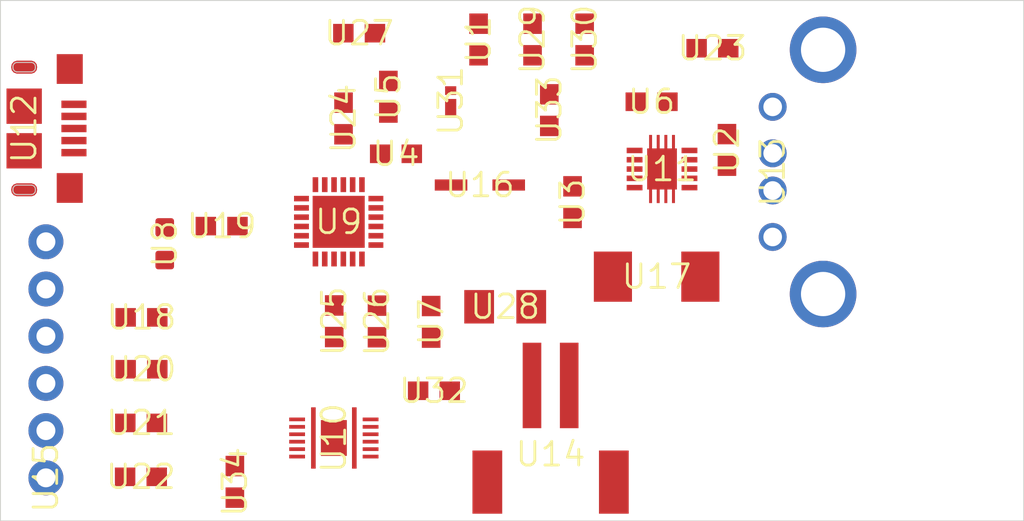
<source format=kicad_pcb>
(kicad_pcb (version 20221018) (generator pcbnew)
  (layers (0 "F.Cu" signal "Top") (31 "B.Cu" signal "Bottom") (34 "B.Paste" user) (35 "F.Paste" user) (36 "B.SilkS" user "B.Silkscreen") (37 "F.SilkS" user "F.Silkscreen") (38 "B.Mask" user) (39 "F.Mask" user) (44 "Edge.Cuts" user))
  (net 0 "")
  (net 1 "GND")
  (net 2 "3.3V")
  (net 3 "5V")
  (net 4 "Net-(IC1-Pad24)")
  (net 5 "Net-(C4-Pad1)")
  (net 6 "/REG")
  (net 7 "Net-(C3-Pad2)")
  (net 8 "Net-(C3-Pad1)")
  (net 9 "/VBAT_MAIN")
  (net 10 "/VBAT_CELL")
  (net 11 "Net-(IC1-Pad12)")
  (net 12 "Net-(IC1-Pad11)")
  (net 13 "Net-(IC1-Pad10)")
  (net 14 "Net-(IC1-Pad9)")
  (net 15 "/CHG_INT")
  (net 16 "/SDA")
  (net 17 "/SCL")
  (net 18 "Net-(IC1-Pad4)")
  (net 19 "Net-(IC1-Pad3)")
  (net 20 "Net-(IC1-Pad2)")
  (net 21 "Net-(IC1-Pad1)")
  (net 22 "/FUEL_INT")
  (net 23 "Net-(IC2-Pad11)")
  (net 24 "Net-(IC2-Pad10)")
  (net 25 "Net-(IC2-Pad9)")
  (net 26 "Net-(IC2-Pad6)")
  (net 27 "Net-(C10-Pad1)")
  (net 28 "Net-(IC2-Pad4)")
  (net 29 "Net-(J1-PadID)")
  (net 30 "Net-(J2-Pad3)")
  (net 31 "Net-(J2-Pad2)")
  (net 32 "Net-(J3-PadNC2)")
  (net 33 "Net-(J3-PadNC1)")
  (net 34 "Net-(D2-PadC)")
  (net 35 "Net-(IC3-Pad8)")
  (net 36 "Net-(C7-Pad1)")
  (net 37 "Net-(IC3-Pad5)")
  (net 38 "Net-(IC3-Pad1)")
  (footprint "batteryCharger:0603" (layer "F.Cu") (at 160.0511 99.0436 90)
    (fp_text reference "U2" (at 0 0 90) (layer "F.SilkS") (effects (font (size 1.27 1.27))))
    (fp_text value "" (at 0 0 90) (layer "F.SilkS") (effects (font (size 1.27 1.27))))
    (pad "1" smd rect (at -0.85 0 90) (size 1.1 1) (layers "F.Cu" "F.Paste" "F.Mask") (net 3 "5V"))
    (pad "2" smd rect (at 0.85 0 90) (size 1.1 1) (layers "F.Cu" "F.Paste" "F.Mask") (net 1 "GND"))
  )
  (footprint "batteryCharger:0603" (layer "F.Cu") (at 151.7511 101.8536 -90)
    (fp_text reference "U3" (at 0 0 270) (layer "F.SilkS") (effects (font (size 1.27 1.27))))
    (fp_text value "" (at 0 0 270) (layer "F.SilkS") (effects (font (size 1.27 1.27))))
    (pad "1" smd rect (at -0.85 0 270) (size 1.1 1) (layers "F.Cu" "F.Paste" "F.Mask") (net 9 "/VBAT_MAIN"))
    (pad "2" smd rect (at 0.85 0 270) (size 1.1 1) (layers "F.Cu" "F.Paste" "F.Mask") (net 1 "GND"))
  )
  (footprint "batteryCharger:0603" (layer "F.Cu") (at 142.2611 99.2536 180)
    (fp_text reference "U4" (at 0 0 180) (layer "F.SilkS") (effects (font (size 1.27 1.27))))
    (fp_text value "" (at 0 0 180) (layer "F.SilkS") (effects (font (size 1.27 1.27))))
    (pad "1" smd rect (at -0.85 0 180) (size 1.1 1) (layers "F.Cu" "F.Paste" "F.Mask") (net 8 "Net-(C3-Pad1)"))
    (pad "2" smd rect (at 0.85 0 180) (size 1.1 1) (layers "F.Cu" "F.Paste" "F.Mask") (net 7 "Net-(C3-Pad2)"))
  )
  (footprint "batteryCharger:0603" (layer "F.Cu") (at 141.8511 96.1836 90)
    (fp_text reference "U5" (at 0 0 90) (layer "F.SilkS") (effects (font (size 1.27 1.27))))
    (fp_text value "" (at 0 0 90) (layer "F.SilkS") (effects (font (size 1.27 1.27))))
    (pad "1" smd rect (at -0.85 0 90) (size 1.1 1) (layers "F.Cu" "F.Paste" "F.Mask") (net 6 "/REG"))
    (pad "2" smd rect (at 0.85 0 90) (size 1.1 1) (layers "F.Cu" "F.Paste" "F.Mask") (net 1 "GND"))
  )
  (footprint "batteryCharger:0603" (layer "F.Cu") (at 156.0011 96.4536)
    (fp_text reference "U6" (at 0 0) (layer "F.SilkS") (effects (font (size 1.27 1.27))))
    (fp_text value "" (at 0 0) (layer "F.SilkS") (effects (font (size 1.27 1.27))))
    (pad "1" smd rect (at -0.85 0) (size 1.1 1) (layers "F.Cu" "F.Paste" "F.Mask") (net 36 "Net-(C7-Pad1)"))
    (pad "2" smd rect (at 0.85 0) (size 1.1 1) (layers "F.Cu" "F.Paste" "F.Mask") (net 1 "GND"))
  )
  (footprint "batteryCharger:0603" (layer "F.Cu") (at 144.1511 108.2936 -90)
    (fp_text reference "U7" (at 0 0 270) (layer "F.SilkS") (effects (font (size 1.27 1.27))))
    (fp_text value "" (at 0 0 270) (layer "F.SilkS") (effects (font (size 1.27 1.27))))
    (pad "1" smd rect (at -0.85 0 270) (size 1.1 1) (layers "F.Cu" "F.Paste" "F.Mask") (net 10 "/VBAT_CELL"))
    (pad "2" smd rect (at 0.85 0 270) (size 1.1 1) (layers "F.Cu" "F.Paste" "F.Mask") (net 1 "GND"))
  )
  (footprint "batteryCharger:LED-0603" (layer "F.Cu") (at 129.8311 104.0936 90)
    (fp_text reference "U8" (at 0 0 90) (layer "F.SilkS") (effects (font (size 1.27 1.27))))
    (fp_text value "" (at 0 0 90) (layer "F.SilkS") (effects (font (size 1.27 1.27))))
    (pad "A" smd roundrect (at -0.877 0) (size 1 1) (layers "F.Cu" "F.Paste" "F.Mask") (roundrect_rratio 0.15) (net 9 "/VBAT_MAIN"))
    (pad "C" smd roundrect (at 0.877 0) (size 1 1) (layers "F.Cu" "F.Paste" "F.Mask") (roundrect_rratio 0.15) (net 34 "Net-(D2-PadC)"))
  )
  (footprint "batteryCharger:QFN50P400X400X100-25N" (layer "F.Cu") (at 139.1811 102.9136)
    (fp_text reference "U9" (at 0 0) (layer "F.SilkS") (effects (font (size 1.27 1.27))))
    (fp_text value "" (at 0 0) (layer "F.SilkS") (effects (font (size 1.27 1.27))))
    (pad "1" smd rect (at -2 -1.25) (size 0.8 0.3) (layers "F.Cu" "F.Paste" "F.Mask") (net 21 "Net-(IC1-Pad1)"))
    (pad "2" smd rect (at -2 -0.75) (size 0.8 0.3) (layers "F.Cu" "F.Paste" "F.Mask") (net 20 "Net-(IC1-Pad2)"))
    (pad "3" smd rect (at -2 -0.25) (size 0.8 0.3) (layers "F.Cu" "F.Paste" "F.Mask") (net 19 "Net-(IC1-Pad3)"))
    (pad "4" smd rect (at -2 0.25) (size 0.8 0.3) (layers "F.Cu" "F.Paste" "F.Mask") (net 18 "Net-(IC1-Pad4)"))
    (pad "5" smd rect (at -2 0.75) (size 0.8 0.3) (layers "F.Cu" "F.Paste" "F.Mask") (net 17 "/SCL"))
    (pad "6" smd rect (at -2 1.25) (size 0.8 0.3) (layers "F.Cu" "F.Paste" "F.Mask") (net 16 "/SDA"))
    (pad "7" smd rect (at -1.25 2 90) (size 0.8 0.3) (layers "F.Cu" "F.Paste" "F.Mask") (net 15 "/CHG_INT"))
    (pad "8" smd rect (at -0.75 2 90) (size 0.8 0.3) (layers "F.Cu" "F.Paste" "F.Mask") (net 9 "/VBAT_MAIN"))
    (pad "9" smd rect (at -0.25 2 90) (size 0.8 0.3) (layers "F.Cu" "F.Paste" "F.Mask") (net 14 "Net-(IC1-Pad9)"))
    (pad "10" smd rect (at 0.25 2 90) (size 0.8 0.3) (layers "F.Cu" "F.Paste" "F.Mask") (net 13 "Net-(IC1-Pad10)"))
    (pad "11" smd rect (at 0.75 2 90) (size 0.8 0.3) (layers "F.Cu" "F.Paste" "F.Mask") (net 12 "Net-(IC1-Pad11)"))
    (pad "12" smd rect (at 1.25 2 90) (size 0.8 0.3) (layers "F.Cu" "F.Paste" "F.Mask") (net 11 "Net-(IC1-Pad12)"))
    (pad "13" smd rect (at 2 1.25) (size 0.8 0.3) (layers "F.Cu" "F.Paste" "F.Mask") (net 10 "/VBAT_CELL"))
    (pad "14" smd rect (at 2 0.75) (size 0.8 0.3) (layers "F.Cu" "F.Paste" "F.Mask") (net 10 "/VBAT_CELL"))
    (pad "15" smd rect (at 2 0.25) (size 0.8 0.3) (layers "F.Cu" "F.Paste" "F.Mask") (net 9 "/VBAT_MAIN"))
    (pad "16" smd rect (at 2 -0.25) (size 0.8 0.3) (layers "F.Cu" "F.Paste" "F.Mask") (net 9 "/VBAT_MAIN"))
    (pad "17" smd rect (at 2 -0.75) (size 0.8 0.3) (layers "F.Cu" "F.Paste" "F.Mask") (net 1 "GND"))
    (pad "18" smd rect (at 2 -1.25) (size 0.8 0.3) (layers "F.Cu" "F.Paste" "F.Mask") (net 1 "GND"))
    (pad "19" smd rect (at 1.25 -2 90) (size 0.8 0.3) (layers "F.Cu" "F.Paste" "F.Mask") (net 8 "Net-(C3-Pad1)"))
    (pad "20" smd rect (at 0.75 -2 90) (size 0.8 0.3) (layers "F.Cu" "F.Paste" "F.Mask") (net 8 "Net-(C3-Pad1)"))
    (pad "21" smd rect (at 0.25 -2 90) (size 0.8 0.3) (layers "F.Cu" "F.Paste" "F.Mask") (net 7 "Net-(C3-Pad2)"))
    (pad "22" smd rect (at -0.25 -2 90) (size 0.8 0.3) (layers "F.Cu" "F.Paste" "F.Mask") (net 6 "/REG"))
    (pad "23" smd rect (at -0.75 -2 90) (size 0.8 0.3) (layers "F.Cu" "F.Paste" "F.Mask") (net 5 "Net-(C4-Pad1)"))
    (pad "24" smd rect (at -1.25 -2 90) (size 0.8 0.3) (layers "F.Cu" "F.Paste" "F.Mask") (net 4 "Net-(IC1-Pad24)"))
    (pad "25" smd rect (at 0 0 90) (size 2.8 2.8) (layers "F.Cu" "F.Paste" "F.Mask") (net 1 "GND"))
  )
  (footprint "batteryCharger:BQ27441DRZRG1A" (layer "F.Cu") (at 138.9211 114.5436 -90)
    (fp_text reference "U10" (at 0 0 270) (layer "F.SilkS") (effects (font (size 1.27 1.27))))
    (fp_text value "" (at 0 0 270) (layer "F.SilkS") (effects (font (size 1.27 1.27))))
    (pad "1" smd rect (at -1 1.975) (size 0.85 0.2) (layers "F.Cu" "F.Paste" "F.Mask") (net 16 "/SDA"))
    (pad "2" smd rect (at -0.6 1.975) (size 0.85 0.2) (layers "F.Cu" "F.Paste" "F.Mask") (net 17 "/SCL"))
    (pad "3" smd rect (at -0.2 1.975) (size 0.85 0.2) (layers "F.Cu" "F.Paste" "F.Mask") (net 1 "GND"))
    (pad "4" smd rect (at 0.2 1.975) (size 0.85 0.2) (layers "F.Cu" "F.Paste" "F.Mask") (net 28 "Net-(IC2-Pad4)"))
    (pad "5" smd rect (at 0.6 1.975) (size 0.85 0.2) (layers "F.Cu" "F.Paste" "F.Mask") (net 27 "Net-(C10-Pad1)"))
    (pad "6" smd rect (at 1 1.975) (size 0.85 0.2) (layers "F.Cu" "F.Paste" "F.Mask") (net 26 "Net-(IC2-Pad6)"))
    (pad "7" smd rect (at 1 -1.975) (size 0.85 0.2) (layers "F.Cu" "F.Paste" "F.Mask") (net 10 "/VBAT_CELL"))
    (pad "8" smd rect (at 0.6 -1.975) (size 0.85 0.2) (layers "F.Cu" "F.Paste" "F.Mask") (net 26 "Net-(IC2-Pad6)"))
    (pad "9" smd rect (at 0.2 -1.975) (size 0.85 0.2) (layers "F.Cu" "F.Paste" "F.Mask") (net 25 "Net-(IC2-Pad9)"))
    (pad "10" smd rect (at -0.2 -1.975) (size 0.85 0.2) (layers "F.Cu" "F.Paste" "F.Mask") (net 24 "Net-(IC2-Pad10)"))
    (pad "11" smd rect (at -0.6 -1.975) (size 0.85 0.2) (layers "F.Cu" "F.Paste" "F.Mask") (net 23 "Net-(IC2-Pad11)"))
    (pad "12" smd rect (at -1 -1.975) (size 0.85 0.2) (layers "F.Cu" "F.Paste" "F.Mask") (net 22 "/FUEL_INT"))
    (pad "13" smd custom (at 0 0) (size 1.397 1.9304) (layers "F.Cu" "F.Paste" "F.Mask") (net 1 "GND") (options (clearance outline) (anchor rect)) (primitives))
    (pad "14" smd rect (at 0 -1.1 270) (size 3.3 0.25) (layers "F.Cu" "F.Paste" "F.Mask"))
    (pad "15" smd rect (at 0 1.1 270) (size 3.3 0.25) (layers "F.Cu" "F.Paste" "F.Mask"))
  )
  (footprint "batteryCharger:SON50P300X300X100-11N" (layer "F.Cu") (at 156.5611 100.0736 180)
    (fp_text reference "U11" (at 0 0 180) (layer "F.SilkS") (effects (font (size 1.27 1.27))))
    (fp_text value "" (at 0 0 180) (layer "F.SilkS") (effects (font (size 1.27 1.27))))
    (pad "1" smd rect (at -1.475 -1 180) (size 0.85 0.2968) (layers "F.Cu" "F.Mask") (net 38 "Net-(IC3-Pad1)"))
    (pad "2" smd rect (at -1.475 -0.5 180) (size 0.85 0.2968) (layers "F.Cu" "F.Mask") (net 38 "Net-(IC3-Pad1)"))
    (pad "3" smd rect (at -1.475 0 180) (size 0.85 0.2968) (layers "F.Cu" "F.Mask") (net 3 "5V"))
    (pad "4" smd rect (at -1.475 0.5 180) (size 0.85 0.2968) (layers "F.Cu" "F.Mask") (net 3 "5V"))
    (pad "5" smd rect (at -1.475 1 180) (size 0.85 0.2968) (layers "F.Cu" "F.Mask") (net 37 "Net-(IC3-Pad5)"))
    (pad "6" smd rect (at 1.475 1 180) (size 0.85 0.2968) (layers "F.Cu" "F.Mask") (net 36 "Net-(C7-Pad1)"))
    (pad "7" smd rect (at 1.475 0.5 180) (size 0.85 0.2968) (layers "F.Cu" "F.Mask") (net 3 "5V"))
    (pad "8" smd rect (at 1.475 0 180) (size 0.85 0.2968) (layers "F.Cu" "F.Mask") (net 35 "Net-(IC3-Pad8)"))
    (pad "9" smd rect (at 1.475 -0.5 180) (size 0.85 0.2968) (layers "F.Cu" "F.Mask") (net 9 "/VBAT_MAIN"))
    (pad "10" smd rect (at 1.475 -1 180) (size 0.85 0.2968) (layers "F.Cu" "F.Mask") (net 9 "/VBAT_MAIN"))
    (pad "GND@1" smd rect (at -0.615 -1.45 180) (size 0.16 0.762) (layers "F.Cu" "F.Paste" "F.Mask") (net 1 "GND"))
    (pad "GND@2" smd rect (at -0.205 -1.45 180) (size 0.16 0.762) (layers "F.Cu" "F.Paste" "F.Mask") (net 1 "GND"))
    (pad "GND@3" smd rect (at 0.205 -1.45 180) (size 0.16 0.762) (layers "F.Cu" "F.Paste" "F.Mask") (net 1 "GND"))
    (pad "GND@4" smd rect (at 0.615 -1.45 180) (size 0.16 0.762) (layers "F.Cu" "F.Paste" "F.Mask") (net 1 "GND"))
    (pad "GND@5" smd rect (at -0.615 1.455 180) (size 0.16 0.762) (layers "F.Cu" "F.Paste" "F.Mask") (net 1 "GND"))
    (pad "GND@6" smd rect (at -0.205 1.455 180) (size 0.16 0.762) (layers "F.Cu" "F.Paste" "F.Mask") (net 1 "GND"))
    (pad "GND@7" smd rect (at 0.205 1.455 180) (size 0.16 0.762) (layers "F.Cu" "F.Paste" "F.Mask") (net 1 "GND"))
    (pad "GND@8" smd rect (at 0.615 1.455 180) (size 0.16 0.762) (layers "F.Cu" "F.Paste" "F.Mask") (net 1 "GND"))
    (pad "GND@9" smd rect (at 0 0.004 180) (size 1.6 2.2098) (layers "F.Cu" "F.Paste" "F.Mask") (net 1 "GND"))
  )
  (footprint "batteryCharger:10118193-0001LF" (layer "F.Cu") (at 123.5456 97.8916 -90)
    (fp_text reference "U12" (at 0 1.27 270) (layer "F.SilkS") (effects (font (size 1.27 1.27))))
    (fp_text value "" (at 0 1.27 270) (layer "F.SilkS") (effects (font (size 1.27 1.27))))
    (fp_poly (pts (xy -3.65 0.87) (xy -3.65 1.67) (xy -3.593958 1.829151) (xy -3.465849 1.938958) (xy -3.3 1.97) (xy -3.134151 1.938958) (xy -3.006042 1.829151) (xy -2.95 1.67) (xy -2.95 0.87) (xy -3.006042 0.710849) (xy -3.134151 0.601042) (xy -3.3 0.57) (xy -3.465849 0.601042) (xy -3.593958 0.710849)) (fill solid) (layer "F.Cu"))
    (fp_poly (pts (xy 2.95 0.87) (xy 2.95 1.67) (xy 3.006042 1.829151) (xy 3.134151 1.938958) (xy 3.3 1.97) (xy 3.465849 1.938958) (xy 3.593958 1.829151) (xy 3.65 1.67) (xy 3.65 0.87) (xy 3.593958 0.710849) (xy 3.465849 0.601042) (xy 3.3 0.57) (xy 3.134151 0.601042) (xy 3.006042 0.710849)) (fill solid) (layer "F.Cu"))
    (fp_line (start -3.55 1.67) (end -3.55 0.87) (stroke (width 0.05)) (layer "Edge.Cuts"))
    (fp_line (start -3.05 0.87) (end -3.05 1.67) (stroke (width 0.05)) (layer "Edge.Cuts"))
    (fp_line (start 3.05 1.67) (end 3.05 0.87) (stroke (width 0.05)) (layer "Edge.Cuts"))
    (fp_line (start 3.55 0.87) (end 3.55 1.67) (stroke (width 0.05)) (layer "Edge.Cuts"))
    (fp_arc (start -3.55 0.87) (mid -3.466421 0.718223) (end -3.3 0.67) (stroke (width 0.05)) (layer "Edge.Cuts"))
    (fp_arc (start -3.3 0.67) (mid -3.133579 0.718223) (end -3.05 0.87) (stroke (width 0.05)) (layer "Edge.Cuts"))
    (fp_arc (start -3.3 1.87) (mid -3.466421 1.821777) (end -3.55 1.67) (stroke (width 0.05)) (layer "Edge.Cuts"))
    (fp_arc (start -3.05 1.67) (mid -3.133579 1.821777) (end -3.3 1.87) (stroke (width 0.05)) (layer "Edge.Cuts"))
    (fp_arc (start 3.05 0.87) (mid 3.133579 0.718223) (end 3.3 0.67) (stroke (width 0.05)) (layer "Edge.Cuts"))
    (fp_arc (start 3.3 0.67) (mid 3.466421 0.718223) (end 3.55 0.87) (stroke (width 0.05)) (layer "Edge.Cuts"))
    (fp_arc (start 3.3 1.87) (mid 3.133579 1.821777) (end 3.05 1.67) (stroke (width 0.05)) (layer "Edge.Cuts"))
    (fp_arc (start 3.55 1.67) (mid 3.466421 1.821777) (end 3.3 1.87) (stroke (width 0.05)) (layer "Edge.Cuts"))
    (pad "D+" smd rect locked (at 0 -1.405 270) (size 0.4 1.35) (layers "F.Cu" "F.Paste" "F.Mask") (net 20 "Net-(IC1-Pad2)"))
    (pad "D-" smd rect locked (at -0.65 -1.405 270) (size 0.4 1.35) (layers "F.Cu" "F.Paste" "F.Mask") (net 19 "Net-(IC1-Pad3)"))
    (pad "GND" smd rect locked (at 1.3 -1.405 270) (size 0.4 1.35) (layers "F.Cu" "F.Paste" "F.Mask") (net 1 "GND"))
    (pad "ID" smd rect locked (at 0.65 -1.405 270) (size 0.4 1.35) (layers "F.Cu" "F.Paste" "F.Mask") (net 29 "Net-(J1-PadID)"))
    (pad "SHIELD$1" smd rect locked (at -3.2 -1.18 270) (size 1.6 1.4) (layers "F.Cu" "F.Paste" "F.Mask") (net 1 "GND"))
    (pad "SHIELD$2" smd rect locked (at 3.2 -1.18 270) (size 1.6 1.4) (layers "F.Cu" "F.Paste" "F.Mask") (net 1 "GND"))
    (pad "SHIELD$3" smd rect locked (at -1.2 1.27 270) (size 1.9 1.9) (layers "F.Cu" "F.Paste" "F.Mask") (net 1 "GND"))
    (pad "SHIELD$4" smd rect locked (at 1.2 1.27 270) (size 1.9 1.9) (layers "F.Cu" "F.Paste" "F.Mask") (net 1 "GND"))
    (pad "VCC" smd rect locked (at -1.3 -1.405 270) (size 0.4 1.35) (layers "F.Cu" "F.Paste" "F.Mask") (net 21 "Net-(IC1-Pad1)"))
  )
  (footprint "batteryCharger:UE27AC54100" (layer "F.Cu") (at 168.8592 100.2284 90)
    (fp_text reference "U13" (at 0 -6.35 90) (layer "F.SilkS") (effects (font (size 1.27 1.27))))
    (fp_text value "" (at 0 -6.35 90) (layer "F.SilkS") (effects (font (size 1.27 1.27))))
    (pad "1" thru_hole circle locked (at -3.5 -6.35 90) (size 1.5 1.5) (drill 1) (layers "*.Cu" "*.Mask") (net 3 "5V"))
    (pad "2" thru_hole circle locked (at -1 -6.35 90) (size 1.5 1.5) (drill 1) (layers "*.Cu" "*.Mask") (net 31 "Net-(J2-Pad2)"))
    (pad "3" thru_hole circle locked (at 1 -6.35 90) (size 1.5 1.5) (drill 1) (layers "*.Cu" "*.Mask") (net 30 "Net-(J2-Pad3)"))
    (pad "4" thru_hole circle locked (at 3.5 -6.35 90) (size 1.5 1.5) (drill 1) (layers "*.Cu" "*.Mask") (net 1 "GND"))
    (pad "5" thru_hole circle locked (at -6.57 -3.64 90) (size 3.58 3.58) (drill 2.38) (layers "*.Cu" "*.Mask") (net 1 "GND"))
    (pad "6" thru_hole circle locked (at 6.57 -3.64 90) (size 3.58 3.58) (drill 2.38) (layers "*.Cu" "*.Mask") (net 1 "GND"))
  )
  (footprint "batteryCharger:JST-2-SMD" (layer "F.Cu") (at 150.5712 114.1476 180)
    (fp_text reference "U14" (at 0 -1.27 180) (layer "F.SilkS") (effects (font (size 1.27 1.27))))
    (fp_text value "" (at 0 -1.27 180) (layer "F.SilkS") (effects (font (size 1.27 1.27))))
    (pad "1" smd rect locked (at -1 2.43 180) (size 1 4.6) (layers "F.Cu" "F.Paste" "F.Mask") (net 1 "GND"))
    (pad "2" smd rect locked (at 1 2.43 180) (size 1 4.6) (layers "F.Cu" "F.Paste" "F.Mask") (net 26 "Net-(IC2-Pad6)"))
    (pad "NC1" smd rect locked (at -3.4 -2.77 270) (size 3.4 1.6) (layers "F.Cu" "F.Paste" "F.Mask") (net 33 "Net-(J3-PadNC1)"))
    (pad "NC2" smd rect locked (at 3.4 -2.77 270) (size 3.4 1.6) (layers "F.Cu" "F.Paste" "F.Mask") (net 32 "Net-(J3-PadNC2)"))
  )
  (footprint "batteryCharger:1X06" (layer "F.Cu") (at 123.444 110.3376 90)
    (fp_text reference "U15" (at -6.35 0 90) (layer "F.SilkS") (effects (font (size 1.27 1.27))))
    (fp_text value "" (at -6.35 0 90) (layer "F.SilkS") (effects (font (size 1.27 1.27))))
    (pad "1" thru_hole circle locked (at -6.35 0 180) (size 1.8796 1.8796) (drill 1.016) (layers "*.Cu" "*.Mask") (net 22 "/FUEL_INT"))
    (pad "2" thru_hole circle locked (at -3.81 0 180) (size 1.8796 1.8796) (drill 1.016) (layers "*.Cu" "*.Mask") (net 15 "/CHG_INT"))
    (pad "3" thru_hole circle locked (at -1.27 0 180) (size 1.8796 1.8796) (drill 1.016) (layers "*.Cu" "*.Mask") (net 16 "/SDA"))
    (pad "4" thru_hole circle locked (at 1.27 0 180) (size 1.8796 1.8796) (drill 1.016) (layers "*.Cu" "*.Mask") (net 17 "/SCL"))
    (pad "5" thru_hole circle locked (at 3.81 0 180) (size 1.8796 1.8796) (drill 1.016) (layers "*.Cu" "*.Mask") (net 2 "3.3V"))
    (pad "6" thru_hole circle locked (at 6.35 0 180) (size 1.8796 1.8796) (drill 1.016) (layers "*.Cu" "*.Mask") (net 1 "GND"))
  )
  (footprint "batteryCharger:INDPM3630X200N" (layer "F.Cu") (at 146.7711 100.9336)
    (fp_text reference "U16" (at 0 0) (layer "F.SilkS") (effects (font (size 1.27 1.27))))
    (fp_text value "" (at 0 0) (layer "F.SilkS") (effects (font (size 1.27 1.27))))
    (pad "1" smd rect (at -1.55 0) (size 1.75 0.6) (layers "F.Cu" "F.Paste" "F.Mask") (net 8 "Net-(C3-Pad1)"))
    (pad "2" smd rect (at 1.55 0) (size 1.75 0.6) (layers "F.Cu" "F.Paste" "F.Mask") (net 9 "/VBAT_MAIN"))
  )
  (footprint "batteryCharger:INDPM5552X200N" (layer "F.Cu") (at 156.2711 105.8636)
    (fp_text reference "U17" (at 0 0) (layer "F.SilkS") (effects (font (size 1.27 1.27))))
    (fp_text value "" (at 0 0) (layer "F.SilkS") (effects (font (size 1.27 1.27))))
    (pad "1" smd rect (at -2.35 0 90) (size 2.7 2.05) (layers "F.Cu" "F.Paste" "F.Mask") (net 9 "/VBAT_MAIN"))
    (pad "2" smd rect (at 2.35 0 90) (size 2.7 2.05) (layers "F.Cu" "F.Paste" "F.Mask") (net 38 "Net-(IC3-Pad1)"))
  )
  (footprint "batteryCharger:0603" (layer "F.Cu") (at 128.5811 108.0536)
    (fp_text reference "U18" (at 0 0) (layer "F.SilkS") (effects (font (size 1.27 1.27))))
    (fp_text value "" (at 0 0) (layer "F.SilkS") (effects (font (size 1.27 1.27))))
    (pad "1" smd rect (at -0.85 0) (size 1.1 1) (layers "F.Cu" "F.Paste" "F.Mask") (net 17 "/SCL"))
    (pad "2" smd rect (at 0.85 0) (size 1.1 1) (layers "F.Cu" "F.Paste" "F.Mask") (net 2 "3.3V"))
  )
  (footprint "batteryCharger:0603" (layer "F.Cu") (at 132.8911 103.1436)
    (fp_text reference "U19" (at 0 0) (layer "F.SilkS") (effects (font (size 1.27 1.27))))
    (fp_text value "" (at 0 0) (layer "F.SilkS") (effects (font (size 1.27 1.27))))
    (pad "1" smd rect (at -0.85 0) (size 1.1 1) (layers "F.Cu" "F.Paste" "F.Mask") (net 34 "Net-(D2-PadC)"))
    (pad "2" smd rect (at 0.85 0) (size 1.1 1) (layers "F.Cu" "F.Paste" "F.Mask") (net 18 "Net-(IC1-Pad4)"))
  )
  (footprint "batteryCharger:0603" (layer "F.Cu") (at 128.5811 110.8436)
    (fp_text reference "U20" (at 0 0) (layer "F.SilkS") (effects (font (size 1.27 1.27))))
    (fp_text value "" (at 0 0) (layer "F.SilkS") (effects (font (size 1.27 1.27))))
    (pad "1" smd rect (at -0.85 0) (size 1.1 1) (layers "F.Cu" "F.Paste" "F.Mask") (net 16 "/SDA"))
    (pad "2" smd rect (at 0.85 0) (size 1.1 1) (layers "F.Cu" "F.Paste" "F.Mask") (net 2 "3.3V"))
  )
  (footprint "batteryCharger:0603" (layer "F.Cu") (at 128.5611 113.7336)
    (fp_text reference "U21" (at 0 0) (layer "F.SilkS") (effects (font (size 1.27 1.27))))
    (fp_text value "" (at 0 0) (layer "F.SilkS") (effects (font (size 1.27 1.27))))
    (pad "1" smd rect (at -0.85 0) (size 1.1 1) (layers "F.Cu" "F.Paste" "F.Mask") (net 15 "/CHG_INT"))
    (pad "2" smd rect (at 0.85 0) (size 1.1 1) (layers "F.Cu" "F.Paste" "F.Mask") (net 2 "3.3V"))
  )
  (footprint "batteryCharger:0603" (layer "F.Cu") (at 128.5511 116.6336)
    (fp_text reference "U22" (at 0 0) (layer "F.SilkS") (effects (font (size 1.27 1.27))))
    (fp_text value "" (at 0 0) (layer "F.SilkS") (effects (font (size 1.27 1.27))))
    (pad "1" smd rect (at -0.85 0) (size 1.1 1) (layers "F.Cu" "F.Paste" "F.Mask") (net 22 "/FUEL_INT"))
    (pad "2" smd rect (at 0.85 0) (size 1.1 1) (layers "F.Cu" "F.Paste" "F.Mask") (net 2 "3.3V"))
  )
  (footprint "batteryCharger:0603" (layer "F.Cu") (at 159.2711 93.5736 180)
    (fp_text reference "U23" (at 0 0 180) (layer "F.SilkS") (effects (font (size 1.27 1.27))))
    (fp_text value "" (at 0 0 180) (layer "F.SilkS") (effects (font (size 1.27 1.27))))
    (pad "1" smd rect (at -0.85 0 180) (size 1.1 1) (layers "F.Cu" "F.Paste" "F.Mask") (net 3 "5V"))
    (pad "2" smd rect (at 0.85 0 180) (size 1.1 1) (layers "F.Cu" "F.Paste" "F.Mask") (net 37 "Net-(IC3-Pad5)"))
  )
  (footprint "batteryCharger:0603" (layer "F.Cu") (at 139.4411 97.3536 90)
    (fp_text reference "U24" (at 0 0 90) (layer "F.SilkS") (effects (font (size 1.27 1.27))))
    (fp_text value "" (at 0 0 90) (layer "F.SilkS") (effects (font (size 1.27 1.27))))
    (pad "1" smd rect (at -0.85 0 90) (size 1.1 1) (layers "F.Cu" "F.Paste" "F.Mask") (net 6 "/REG"))
    (pad "2" smd rect (at 0.85 0 90) (size 1.1 1) (layers "F.Cu" "F.Paste" "F.Mask") (net 12 "Net-(IC1-Pad11)"))
  )
  (footprint "batteryCharger:0603" (layer "F.Cu") (at 138.9411 108.2636 90)
    (fp_text reference "U25" (at 0 0 90) (layer "F.SilkS") (effects (font (size 1.27 1.27))))
    (fp_text value "" (at 0 0 90) (layer "F.SilkS") (effects (font (size 1.27 1.27))))
    (pad "1" smd rect (at -0.85 0 90) (size 1.1 1) (layers "F.Cu" "F.Paste" "F.Mask") (net 1 "GND"))
    (pad "2" smd rect (at 0.85 0 90) (size 1.1 1) (layers "F.Cu" "F.Paste" "F.Mask") (net 14 "Net-(IC1-Pad9)"))
  )
  (footprint "batteryCharger:0603" (layer "F.Cu") (at 141.2411 108.2736 90)
    (fp_text reference "U26" (at 0 0 90) (layer "F.SilkS") (effects (font (size 1.27 1.27))))
    (fp_text value "" (at 0 0 90) (layer "F.SilkS") (effects (font (size 1.27 1.27))))
    (pad "1" smd rect (at -0.85 0 90) (size 1.1 1) (layers "F.Cu" "F.Paste" "F.Mask") (net 1 "GND"))
    (pad "2" smd rect (at 0.85 0 90) (size 1.1 1) (layers "F.Cu" "F.Paste" "F.Mask") (net 13 "Net-(IC1-Pad10)"))
  )
  (footprint "batteryCharger:0603" (layer "F.Cu") (at 140.2811 92.7636 180)
    (fp_text reference "U27" (at 0 0 180) (layer "F.SilkS") (effects (font (size 1.27 1.27))))
    (fp_text value "" (at 0 0 180) (layer "F.SilkS") (effects (font (size 1.27 1.27))))
    (pad "1" smd rect (at -0.85 0 180) (size 1.1 1) (layers "F.Cu" "F.Paste" "F.Mask") (net 1 "GND"))
    (pad "2" smd rect (at 0.85 0 180) (size 1.1 1) (layers "F.Cu" "F.Paste" "F.Mask") (net 12 "Net-(IC1-Pad11)"))
  )
  (footprint "batteryCharger:1206" (layer "F.Cu") (at 148.1311 107.4836)
    (fp_text reference "U28" (at 0 0) (layer "F.SilkS") (effects (font (size 1.27 1.27))))
    (fp_text value "" (at 0 0) (layer "F.SilkS") (effects (font (size 1.27 1.27))))
    (pad "1" smd rect (at -1.4 0) (size 1.6 1.8) (layers "F.Cu" "F.Paste" "F.Mask") (net 10 "/VBAT_CELL"))
    (pad "2" smd rect (at 1.4 0) (size 1.6 1.8) (layers "F.Cu" "F.Paste" "F.Mask") (net 26 "Net-(IC2-Pad6)"))
  )
  (footprint "batteryCharger:0603" (layer "F.Cu") (at 146.7011 93.1036 90)
    (fp_text reference "U1" (at 0 0 90) (layer "F.SilkS") (effects (font (size 1.27 1.27))))
    (fp_text value "" (at 0 0 90) (layer "F.SilkS") (effects (font (size 1.27 1.27))))
    (pad "1" smd rect (at -0.85 0 90) (size 1.1 1) (layers "F.Cu" "F.Paste" "F.Mask") (net 5 "Net-(C4-Pad1)"))
    (pad "2" smd rect (at 0.85 0 90) (size 1.1 1) (layers "F.Cu" "F.Paste" "F.Mask") (net 1 "GND"))
  )
  (footprint "batteryCharger:0603" (layer "F.Cu") (at 149.6011 93.1036 90)
    (fp_text reference "U29" (at 0 0 90) (layer "F.SilkS") (effects (font (size 1.27 1.27))))
    (fp_text value "" (at 0 0 90) (layer "F.SilkS") (effects (font (size 1.27 1.27))))
    (pad "1" smd rect (at -0.85 0 90) (size 1.1 1) (layers "F.Cu" "F.Paste" "F.Mask") (net 5 "Net-(C4-Pad1)"))
    (pad "2" smd rect (at 0.85 0 90) (size 1.1 1) (layers "F.Cu" "F.Paste" "F.Mask") (net 1 "GND"))
  )
  (footprint "batteryCharger:0603" (layer "F.Cu") (at 152.4011 93.1036 90)
    (fp_text reference "U30" (at 0 0 90) (layer "F.SilkS") (effects (font (size 1.27 1.27))))
    (fp_text value "" (at 0 0 90) (layer "F.SilkS") (effects (font (size 1.27 1.27))))
    (pad "1" smd rect (at -0.85 0 90) (size 1.1 1) (layers "F.Cu" "F.Paste" "F.Mask") (net 5 "Net-(C4-Pad1)"))
    (pad "2" smd rect (at 0.85 0 90) (size 1.1 1) (layers "F.Cu" "F.Paste" "F.Mask") (net 1 "GND"))
  )
  (footprint "batteryCharger:DSN2_1" (layer "F.Cu") (at 145.2011 96.4036 -90)
    (fp_text reference "U31" (at 0 0 270) (layer "F.SilkS") (effects (font (size 1.27 1.27))))
    (fp_text value "" (at 0 0 270) (layer "F.SilkS") (effects (font (size 1.27 1.27))))
    (pad "1" smd rect (at -0.55 0) (size 0.6 0.47) (layers "F.Cu" "F.Paste" "F.Mask") (net 5 "Net-(C4-Pad1)"))
    (pad "2" smd rect (at 0.375 0 270) (size 0.95 0.6) (layers "F.Cu" "F.Paste" "F.Mask") (net 8 "Net-(C3-Pad1)"))
  )
  (footprint "batteryCharger:0603" (layer "F.Cu") (at 144.3011 112.0036)
    (fp_text reference "U32" (at 0 0) (layer "F.SilkS") (effects (font (size 1.27 1.27))))
    (fp_text value "" (at 0 0) (layer "F.SilkS") (effects (font (size 1.27 1.27))))
    (pad "1" smd rect (at -0.85 0) (size 1.1 1) (layers "F.Cu" "F.Paste" "F.Mask") (net 1 "GND"))
    (pad "2" smd rect (at 0.85 0) (size 1.1 1) (layers "F.Cu" "F.Paste" "F.Mask") (net 24 "Net-(IC2-Pad10)"))
  )
  (footprint "batteryCharger:0603" (layer "F.Cu") (at 150.5011 96.9036 -90)
    (fp_text reference "U33" (at 0 0 270) (layer "F.SilkS") (effects (font (size 1.27 1.27))))
    (fp_text value "" (at 0 0 270) (layer "F.SilkS") (effects (font (size 1.27 1.27))))
    (pad "1" smd rect (at -0.85 0 270) (size 1.1 1) (layers "F.Cu" "F.Paste" "F.Mask") (net 5 "Net-(C4-Pad1)"))
    (pad "2" smd rect (at 0.85 0 270) (size 1.1 1) (layers "F.Cu" "F.Paste" "F.Mask") (net 3 "5V"))
  )
  (footprint "batteryCharger:0603" (layer "F.Cu") (at 133.6011 116.9036 90)
    (fp_text reference "U34" (at 0 0 90) (layer "F.SilkS") (effects (font (size 1.27 1.27))))
    (fp_text value "" (at 0 0 90) (layer "F.SilkS") (effects (font (size 1.27 1.27))))
    (pad "1" smd rect (at -0.85 0 90) (size 1.1 1) (layers "F.Cu" "F.Paste" "F.Mask") (net 27 "Net-(C10-Pad1)"))
    (pad "2" smd rect (at 0.85 0 90) (size 1.1 1) (layers "F.Cu" "F.Paste" "F.Mask") (net 1 "GND"))
  )
  (gr_line (start 121.0011 119.0036) (end 176.0011 119.0036) (stroke (width 0.05)) (layer "Edge.Cuts"))
  (gr_line (start 176.0011 91.0036) (end 121.0011 91.0036) (stroke (width 0.05)) (layer "Edge.Cuts"))
  (gr_line (start 121.0011 91.0036) (end 121.0011 119.0036) (stroke (width 0.05)) (layer "Edge.Cuts"))
  (gr_line (start 176.0011 119.0036) (end 176.0011 91.0036) (stroke (width 0.05)) (layer "Edge.Cuts"))
)
</source>
